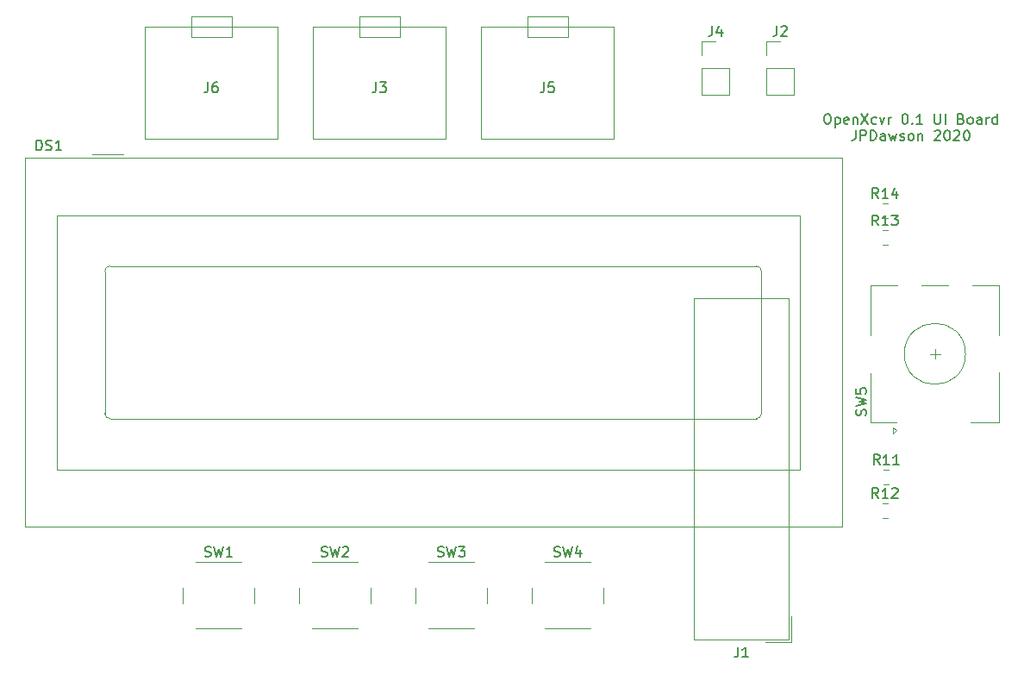
<source format=gto>
G04 #@! TF.GenerationSoftware,KiCad,Pcbnew,5.99.0-unknown-43514a1~86~ubuntu18.04.1*
G04 #@! TF.CreationDate,2020-02-15T14:01:28+00:00*
G04 #@! TF.ProjectId,UI,55492e6b-6963-4616-945f-706362585858,rev?*
G04 #@! TF.SameCoordinates,Original*
G04 #@! TF.FileFunction,Legend,Top*
G04 #@! TF.FilePolarity,Positive*
%FSLAX46Y46*%
G04 Gerber Fmt 4.6, Leading zero omitted, Abs format (unit mm)*
G04 Created by KiCad (PCBNEW 5.99.0-unknown-43514a1~86~ubuntu18.04.1) date 2020-02-15 14:01:28*
%MOMM*%
%LPD*%
G01*
G04 APERTURE LIST*
%ADD10C,0.150000*%
%ADD11C,0.120000*%
G04 APERTURE END LIST*
D10*
X181071285Y-60369380D02*
X181261761Y-60369380D01*
X181357000Y-60417000D01*
X181452238Y-60512238D01*
X181499857Y-60702714D01*
X181499857Y-61036047D01*
X181452238Y-61226523D01*
X181357000Y-61321761D01*
X181261761Y-61369380D01*
X181071285Y-61369380D01*
X180976047Y-61321761D01*
X180880809Y-61226523D01*
X180833190Y-61036047D01*
X180833190Y-60702714D01*
X180880809Y-60512238D01*
X180976047Y-60417000D01*
X181071285Y-60369380D01*
X181928428Y-60702714D02*
X181928428Y-61702714D01*
X181928428Y-60750333D02*
X182023666Y-60702714D01*
X182214142Y-60702714D01*
X182309380Y-60750333D01*
X182357000Y-60797952D01*
X182404619Y-60893190D01*
X182404619Y-61178904D01*
X182357000Y-61274142D01*
X182309380Y-61321761D01*
X182214142Y-61369380D01*
X182023666Y-61369380D01*
X181928428Y-61321761D01*
X183214142Y-61321761D02*
X183118904Y-61369380D01*
X182928428Y-61369380D01*
X182833190Y-61321761D01*
X182785571Y-61226523D01*
X182785571Y-60845571D01*
X182833190Y-60750333D01*
X182928428Y-60702714D01*
X183118904Y-60702714D01*
X183214142Y-60750333D01*
X183261761Y-60845571D01*
X183261761Y-60940809D01*
X182785571Y-61036047D01*
X183690333Y-60702714D02*
X183690333Y-61369380D01*
X183690333Y-60797952D02*
X183737952Y-60750333D01*
X183833190Y-60702714D01*
X183976047Y-60702714D01*
X184071285Y-60750333D01*
X184118904Y-60845571D01*
X184118904Y-61369380D01*
X184499857Y-60369380D02*
X185166523Y-61369380D01*
X185166523Y-60369380D02*
X184499857Y-61369380D01*
X185976047Y-61321761D02*
X185880809Y-61369380D01*
X185690333Y-61369380D01*
X185595095Y-61321761D01*
X185547476Y-61274142D01*
X185499857Y-61178904D01*
X185499857Y-60893190D01*
X185547476Y-60797952D01*
X185595095Y-60750333D01*
X185690333Y-60702714D01*
X185880809Y-60702714D01*
X185976047Y-60750333D01*
X186309380Y-60702714D02*
X186547476Y-61369380D01*
X186785571Y-60702714D01*
X187166523Y-61369380D02*
X187166523Y-60702714D01*
X187166523Y-60893190D02*
X187214142Y-60797952D01*
X187261761Y-60750333D01*
X187357000Y-60702714D01*
X187452238Y-60702714D01*
X188737952Y-60369380D02*
X188833190Y-60369380D01*
X188928428Y-60417000D01*
X188976047Y-60464619D01*
X189023666Y-60559857D01*
X189071285Y-60750333D01*
X189071285Y-60988428D01*
X189023666Y-61178904D01*
X188976047Y-61274142D01*
X188928428Y-61321761D01*
X188833190Y-61369380D01*
X188737952Y-61369380D01*
X188642714Y-61321761D01*
X188595095Y-61274142D01*
X188547476Y-61178904D01*
X188499857Y-60988428D01*
X188499857Y-60750333D01*
X188547476Y-60559857D01*
X188595095Y-60464619D01*
X188642714Y-60417000D01*
X188737952Y-60369380D01*
X189499857Y-61274142D02*
X189547476Y-61321761D01*
X189499857Y-61369380D01*
X189452238Y-61321761D01*
X189499857Y-61274142D01*
X189499857Y-61369380D01*
X190499857Y-61369380D02*
X189928428Y-61369380D01*
X190214142Y-61369380D02*
X190214142Y-60369380D01*
X190118904Y-60512238D01*
X190023666Y-60607476D01*
X189928428Y-60655095D01*
X191690333Y-60369380D02*
X191690333Y-61178904D01*
X191737952Y-61274142D01*
X191785571Y-61321761D01*
X191880809Y-61369380D01*
X192071285Y-61369380D01*
X192166523Y-61321761D01*
X192214142Y-61274142D01*
X192261761Y-61178904D01*
X192261761Y-60369380D01*
X192737952Y-61369380D02*
X192737952Y-60369380D01*
X194309380Y-60845571D02*
X194452238Y-60893190D01*
X194499857Y-60940809D01*
X194547476Y-61036047D01*
X194547476Y-61178904D01*
X194499857Y-61274142D01*
X194452238Y-61321761D01*
X194357000Y-61369380D01*
X193976047Y-61369380D01*
X193976047Y-60369380D01*
X194309380Y-60369380D01*
X194404619Y-60417000D01*
X194452238Y-60464619D01*
X194499857Y-60559857D01*
X194499857Y-60655095D01*
X194452238Y-60750333D01*
X194404619Y-60797952D01*
X194309380Y-60845571D01*
X193976047Y-60845571D01*
X195118904Y-61369380D02*
X195023666Y-61321761D01*
X194976047Y-61274142D01*
X194928428Y-61178904D01*
X194928428Y-60893190D01*
X194976047Y-60797952D01*
X195023666Y-60750333D01*
X195118904Y-60702714D01*
X195261761Y-60702714D01*
X195357000Y-60750333D01*
X195404619Y-60797952D01*
X195452238Y-60893190D01*
X195452238Y-61178904D01*
X195404619Y-61274142D01*
X195357000Y-61321761D01*
X195261761Y-61369380D01*
X195118904Y-61369380D01*
X196309380Y-61369380D02*
X196309380Y-60845571D01*
X196261761Y-60750333D01*
X196166523Y-60702714D01*
X195976047Y-60702714D01*
X195880809Y-60750333D01*
X196309380Y-61321761D02*
X196214142Y-61369380D01*
X195976047Y-61369380D01*
X195880809Y-61321761D01*
X195833190Y-61226523D01*
X195833190Y-61131285D01*
X195880809Y-61036047D01*
X195976047Y-60988428D01*
X196214142Y-60988428D01*
X196309380Y-60940809D01*
X196785571Y-61369380D02*
X196785571Y-60702714D01*
X196785571Y-60893190D02*
X196833190Y-60797952D01*
X196880809Y-60750333D01*
X196976047Y-60702714D01*
X197071285Y-60702714D01*
X197833190Y-61369380D02*
X197833190Y-60369380D01*
X197833190Y-61321761D02*
X197737952Y-61369380D01*
X197547476Y-61369380D01*
X197452238Y-61321761D01*
X197404619Y-61274142D01*
X197357000Y-61178904D01*
X197357000Y-60893190D01*
X197404619Y-60797952D01*
X197452238Y-60750333D01*
X197547476Y-60702714D01*
X197737952Y-60702714D01*
X197833190Y-60750333D01*
X183928428Y-61979380D02*
X183928428Y-62693666D01*
X183880809Y-62836523D01*
X183785571Y-62931761D01*
X183642714Y-62979380D01*
X183547476Y-62979380D01*
X184404619Y-62979380D02*
X184404619Y-61979380D01*
X184785571Y-61979380D01*
X184880809Y-62027000D01*
X184928428Y-62074619D01*
X184976047Y-62169857D01*
X184976047Y-62312714D01*
X184928428Y-62407952D01*
X184880809Y-62455571D01*
X184785571Y-62503190D01*
X184404619Y-62503190D01*
X185404619Y-62979380D02*
X185404619Y-61979380D01*
X185642714Y-61979380D01*
X185785571Y-62027000D01*
X185880809Y-62122238D01*
X185928428Y-62217476D01*
X185976047Y-62407952D01*
X185976047Y-62550809D01*
X185928428Y-62741285D01*
X185880809Y-62836523D01*
X185785571Y-62931761D01*
X185642714Y-62979380D01*
X185404619Y-62979380D01*
X186833190Y-62979380D02*
X186833190Y-62455571D01*
X186785571Y-62360333D01*
X186690333Y-62312714D01*
X186499857Y-62312714D01*
X186404619Y-62360333D01*
X186833190Y-62931761D02*
X186737952Y-62979380D01*
X186499857Y-62979380D01*
X186404619Y-62931761D01*
X186357000Y-62836523D01*
X186357000Y-62741285D01*
X186404619Y-62646047D01*
X186499857Y-62598428D01*
X186737952Y-62598428D01*
X186833190Y-62550809D01*
X187214142Y-62312714D02*
X187404619Y-62979380D01*
X187595095Y-62503190D01*
X187785571Y-62979380D01*
X187976047Y-62312714D01*
X188309380Y-62931761D02*
X188404619Y-62979380D01*
X188595095Y-62979380D01*
X188690333Y-62931761D01*
X188737952Y-62836523D01*
X188737952Y-62788904D01*
X188690333Y-62693666D01*
X188595095Y-62646047D01*
X188452238Y-62646047D01*
X188357000Y-62598428D01*
X188309380Y-62503190D01*
X188309380Y-62455571D01*
X188357000Y-62360333D01*
X188452238Y-62312714D01*
X188595095Y-62312714D01*
X188690333Y-62360333D01*
X189309380Y-62979380D02*
X189214142Y-62931761D01*
X189166523Y-62884142D01*
X189118904Y-62788904D01*
X189118904Y-62503190D01*
X189166523Y-62407952D01*
X189214142Y-62360333D01*
X189309380Y-62312714D01*
X189452238Y-62312714D01*
X189547476Y-62360333D01*
X189595095Y-62407952D01*
X189642714Y-62503190D01*
X189642714Y-62788904D01*
X189595095Y-62884142D01*
X189547476Y-62931761D01*
X189452238Y-62979380D01*
X189309380Y-62979380D01*
X190071285Y-62312714D02*
X190071285Y-62979380D01*
X190071285Y-62407952D02*
X190118904Y-62360333D01*
X190214142Y-62312714D01*
X190357000Y-62312714D01*
X190452238Y-62360333D01*
X190499857Y-62455571D01*
X190499857Y-62979380D01*
X191690333Y-62074619D02*
X191737952Y-62027000D01*
X191833190Y-61979380D01*
X192071285Y-61979380D01*
X192166523Y-62027000D01*
X192214142Y-62074619D01*
X192261761Y-62169857D01*
X192261761Y-62265095D01*
X192214142Y-62407952D01*
X191642714Y-62979380D01*
X192261761Y-62979380D01*
X192880809Y-61979380D02*
X192976047Y-61979380D01*
X193071285Y-62027000D01*
X193118904Y-62074619D01*
X193166523Y-62169857D01*
X193214142Y-62360333D01*
X193214142Y-62598428D01*
X193166523Y-62788904D01*
X193118904Y-62884142D01*
X193071285Y-62931761D01*
X192976047Y-62979380D01*
X192880809Y-62979380D01*
X192785571Y-62931761D01*
X192737952Y-62884142D01*
X192690333Y-62788904D01*
X192642714Y-62598428D01*
X192642714Y-62360333D01*
X192690333Y-62169857D01*
X192737952Y-62074619D01*
X192785571Y-62027000D01*
X192880809Y-61979380D01*
X193595095Y-62074619D02*
X193642714Y-62027000D01*
X193737952Y-61979380D01*
X193976047Y-61979380D01*
X194071285Y-62027000D01*
X194118904Y-62074619D01*
X194166523Y-62169857D01*
X194166523Y-62265095D01*
X194118904Y-62407952D01*
X193547476Y-62979380D01*
X194166523Y-62979380D01*
X194785571Y-61979380D02*
X194880809Y-61979380D01*
X194976047Y-62027000D01*
X195023666Y-62074619D01*
X195071285Y-62169857D01*
X195118904Y-62360333D01*
X195118904Y-62598428D01*
X195071285Y-62788904D01*
X195023666Y-62884142D01*
X194976047Y-62931761D01*
X194880809Y-62979380D01*
X194785571Y-62979380D01*
X194690333Y-62931761D01*
X194642714Y-62884142D01*
X194595095Y-62788904D01*
X194547476Y-62598428D01*
X194547476Y-62360333D01*
X194595095Y-62169857D01*
X194642714Y-62074619D01*
X194690333Y-62027000D01*
X194785571Y-61979380D01*
D11*
X186558422Y-69140000D02*
X187075578Y-69140000D01*
X186558422Y-70560000D02*
X187075578Y-70560000D01*
X186558422Y-71807000D02*
X187075578Y-71807000D01*
X186558422Y-73227000D02*
X187075578Y-73227000D01*
X186558422Y-98604000D02*
X187075578Y-98604000D01*
X186558422Y-100024000D02*
X187075578Y-100024000D01*
X186685422Y-95302000D02*
X187202578Y-95302000D01*
X186685422Y-96722000D02*
X187202578Y-96722000D01*
X168850000Y-53280000D02*
X170180000Y-53280000D01*
X168850000Y-54610000D02*
X168850000Y-53280000D01*
X168850000Y-55880000D02*
X171510000Y-55880000D01*
X171510000Y-55880000D02*
X171510000Y-58480000D01*
X168850000Y-55880000D02*
X168850000Y-58480000D01*
X168850000Y-58480000D02*
X171510000Y-58480000D01*
X147170000Y-62800000D02*
X147670000Y-62800000D01*
X147170000Y-51800000D02*
X147170000Y-62800000D01*
X147670000Y-51800000D02*
X147170000Y-51800000D01*
X160170000Y-51800000D02*
X159670000Y-51800000D01*
X160170000Y-62800000D02*
X160170000Y-51800000D01*
X159670000Y-62800000D02*
X160170000Y-62800000D01*
X155670000Y-50800000D02*
X151670000Y-50800000D01*
X155670000Y-52800000D02*
X155670000Y-50800000D01*
X151670000Y-52800000D02*
X155670000Y-52800000D01*
X151670000Y-50800000D02*
X151670000Y-52800000D01*
X147670000Y-62800000D02*
X159670000Y-62800000D01*
X159670000Y-51800000D02*
X147670000Y-51800000D01*
X175200000Y-53280000D02*
X176530000Y-53280000D01*
X175200000Y-54610000D02*
X175200000Y-53280000D01*
X175200000Y-55880000D02*
X177860000Y-55880000D01*
X177860000Y-55880000D02*
X177860000Y-58480000D01*
X175200000Y-55880000D02*
X175200000Y-58480000D01*
X175200000Y-58480000D02*
X177860000Y-58480000D01*
X114150000Y-62800000D02*
X114650000Y-62800000D01*
X114150000Y-51800000D02*
X114150000Y-62800000D01*
X114650000Y-51800000D02*
X114150000Y-51800000D01*
X127150000Y-51800000D02*
X126650000Y-51800000D01*
X127150000Y-62800000D02*
X127150000Y-51800000D01*
X126650000Y-62800000D02*
X127150000Y-62800000D01*
X122650000Y-50800000D02*
X118650000Y-50800000D01*
X122650000Y-52800000D02*
X122650000Y-50800000D01*
X118650000Y-52800000D02*
X122650000Y-52800000D01*
X118650000Y-50800000D02*
X118650000Y-52800000D01*
X114650000Y-62800000D02*
X126650000Y-62800000D01*
X126650000Y-51800000D02*
X114650000Y-51800000D01*
X130660000Y-62800000D02*
X131160000Y-62800000D01*
X130660000Y-51800000D02*
X130660000Y-62800000D01*
X131160000Y-51800000D02*
X130660000Y-51800000D01*
X143660000Y-51800000D02*
X143160000Y-51800000D01*
X143660000Y-62800000D02*
X143660000Y-51800000D01*
X143160000Y-62800000D02*
X143660000Y-62800000D01*
X139160000Y-50800000D02*
X135160000Y-50800000D01*
X139160000Y-52800000D02*
X139160000Y-50800000D01*
X135160000Y-52800000D02*
X139160000Y-52800000D01*
X135160000Y-50800000D02*
X135160000Y-52800000D01*
X131160000Y-62800000D02*
X143160000Y-62800000D01*
X143160000Y-51800000D02*
X131160000Y-51800000D01*
X194730000Y-83940000D02*
G75*
G03*
X194730000Y-83940000I-3000000J0D01*
G01*
X185430000Y-82140000D02*
X185430000Y-77240000D01*
X198030000Y-77240000D02*
X198030000Y-82140000D01*
X198030000Y-85740000D02*
X198030000Y-90640000D01*
X198030000Y-90640000D02*
X195230000Y-90640000D01*
X185430000Y-85840000D02*
X185430000Y-90640000D01*
X185430000Y-90640000D02*
X187930000Y-90640000D01*
X187930000Y-91440000D02*
X187630000Y-91740000D01*
X187630000Y-91740000D02*
X187630000Y-91140000D01*
X187630000Y-91140000D02*
X187930000Y-91440000D01*
X185430000Y-77240000D02*
X188030000Y-77240000D01*
X190430000Y-77240000D02*
X193030000Y-77240000D01*
X195430000Y-77240000D02*
X198030000Y-77240000D01*
X191230000Y-83940000D02*
X192230000Y-83940000D01*
X191730000Y-84440000D02*
X191730000Y-83440000D01*
X159150000Y-108410000D02*
X159150000Y-106910000D01*
X157900000Y-104410000D02*
X153400000Y-104410000D01*
X152150000Y-106910000D02*
X152150000Y-108410000D01*
X153400000Y-110910000D02*
X157900000Y-110910000D01*
X147720000Y-108410000D02*
X147720000Y-106910000D01*
X146470000Y-104410000D02*
X141970000Y-104410000D01*
X140720000Y-106910000D02*
X140720000Y-108410000D01*
X141970000Y-110910000D02*
X146470000Y-110910000D01*
X136290000Y-108410000D02*
X136290000Y-106910000D01*
X135040000Y-104410000D02*
X130540000Y-104410000D01*
X129290000Y-106910000D02*
X129290000Y-108410000D01*
X130540000Y-110910000D02*
X135040000Y-110910000D01*
X124860000Y-108410000D02*
X124860000Y-106910000D01*
X123610000Y-104410000D02*
X119110000Y-104410000D01*
X117860000Y-106910000D02*
X117860000Y-108410000D01*
X119110000Y-110910000D02*
X123610000Y-110910000D01*
X105490000Y-95310000D02*
X105490000Y-70310000D01*
X178490000Y-95310000D02*
X105490000Y-95310000D01*
X178490000Y-70310000D02*
X178490000Y-95310000D01*
X105490000Y-70310000D02*
X178490000Y-70310000D01*
X110690660Y-75308460D02*
G75*
G03*
X110190280Y-75808840I0J-500380D01*
G01*
X110190280Y-89809320D02*
G75*
G03*
X110690660Y-90309700I500380J0D01*
G01*
X174190660Y-90309700D02*
G75*
G03*
X174691040Y-89809320I0J500380D01*
G01*
X174690000Y-75810000D02*
G75*
G03*
X174190000Y-75310000I-500000J0D01*
G01*
X174690000Y-75810000D02*
X174690000Y-89810000D01*
X174190660Y-90310000D02*
X110690000Y-90310000D01*
X110190280Y-89809320D02*
X110190280Y-75810000D01*
X110690000Y-75310000D02*
X174190000Y-75310000D01*
X108990000Y-64310000D02*
X111990000Y-64310000D01*
X102360000Y-64670000D02*
X103150000Y-64670000D01*
X102350000Y-64670000D02*
X102350000Y-100950000D01*
X182630000Y-64670000D02*
X103150000Y-64670000D01*
X182630000Y-100950000D02*
X182630000Y-64670000D01*
X102350000Y-100950000D02*
X182630000Y-100950000D01*
X177645000Y-112280000D02*
X175105000Y-112280000D01*
X177645000Y-112280000D02*
X177645000Y-109740000D01*
X177395000Y-112030000D02*
X168045000Y-112030000D01*
X177395000Y-78470000D02*
X177395000Y-112030000D01*
X168045000Y-78470000D02*
X177395000Y-78470000D01*
X168045000Y-112030000D02*
X168045000Y-78470000D01*
D10*
X186174142Y-68652380D02*
X185840809Y-68176190D01*
X185602714Y-68652380D02*
X185602714Y-67652380D01*
X185983666Y-67652380D01*
X186078904Y-67700000D01*
X186126523Y-67747619D01*
X186174142Y-67842857D01*
X186174142Y-67985714D01*
X186126523Y-68080952D01*
X186078904Y-68128571D01*
X185983666Y-68176190D01*
X185602714Y-68176190D01*
X187126523Y-68652380D02*
X186555095Y-68652380D01*
X186840809Y-68652380D02*
X186840809Y-67652380D01*
X186745571Y-67795238D01*
X186650333Y-67890476D01*
X186555095Y-67938095D01*
X187983666Y-67985714D02*
X187983666Y-68652380D01*
X187745571Y-67604761D02*
X187507476Y-68319047D01*
X188126523Y-68319047D01*
X186174142Y-71319380D02*
X185840809Y-70843190D01*
X185602714Y-71319380D02*
X185602714Y-70319380D01*
X185983666Y-70319380D01*
X186078904Y-70367000D01*
X186126523Y-70414619D01*
X186174142Y-70509857D01*
X186174142Y-70652714D01*
X186126523Y-70747952D01*
X186078904Y-70795571D01*
X185983666Y-70843190D01*
X185602714Y-70843190D01*
X187126523Y-71319380D02*
X186555095Y-71319380D01*
X186840809Y-71319380D02*
X186840809Y-70319380D01*
X186745571Y-70462238D01*
X186650333Y-70557476D01*
X186555095Y-70605095D01*
X187459857Y-70319380D02*
X188078904Y-70319380D01*
X187745571Y-70700333D01*
X187888428Y-70700333D01*
X187983666Y-70747952D01*
X188031285Y-70795571D01*
X188078904Y-70890809D01*
X188078904Y-71128904D01*
X188031285Y-71224142D01*
X187983666Y-71271761D01*
X187888428Y-71319380D01*
X187602714Y-71319380D01*
X187507476Y-71271761D01*
X187459857Y-71224142D01*
X186174142Y-98116380D02*
X185840809Y-97640190D01*
X185602714Y-98116380D02*
X185602714Y-97116380D01*
X185983666Y-97116380D01*
X186078904Y-97164000D01*
X186126523Y-97211619D01*
X186174142Y-97306857D01*
X186174142Y-97449714D01*
X186126523Y-97544952D01*
X186078904Y-97592571D01*
X185983666Y-97640190D01*
X185602714Y-97640190D01*
X187126523Y-98116380D02*
X186555095Y-98116380D01*
X186840809Y-98116380D02*
X186840809Y-97116380D01*
X186745571Y-97259238D01*
X186650333Y-97354476D01*
X186555095Y-97402095D01*
X187507476Y-97211619D02*
X187555095Y-97164000D01*
X187650333Y-97116380D01*
X187888428Y-97116380D01*
X187983666Y-97164000D01*
X188031285Y-97211619D01*
X188078904Y-97306857D01*
X188078904Y-97402095D01*
X188031285Y-97544952D01*
X187459857Y-98116380D01*
X188078904Y-98116380D01*
X186301142Y-94814380D02*
X185967809Y-94338190D01*
X185729714Y-94814380D02*
X185729714Y-93814380D01*
X186110666Y-93814380D01*
X186205904Y-93862000D01*
X186253523Y-93909619D01*
X186301142Y-94004857D01*
X186301142Y-94147714D01*
X186253523Y-94242952D01*
X186205904Y-94290571D01*
X186110666Y-94338190D01*
X185729714Y-94338190D01*
X187253523Y-94814380D02*
X186682095Y-94814380D01*
X186967809Y-94814380D02*
X186967809Y-93814380D01*
X186872571Y-93957238D01*
X186777333Y-94052476D01*
X186682095Y-94100095D01*
X188205904Y-94814380D02*
X187634476Y-94814380D01*
X187920190Y-94814380D02*
X187920190Y-93814380D01*
X187824952Y-93957238D01*
X187729714Y-94052476D01*
X187634476Y-94100095D01*
X169846666Y-51732380D02*
X169846666Y-52446666D01*
X169799047Y-52589523D01*
X169703809Y-52684761D01*
X169560952Y-52732380D01*
X169465714Y-52732380D01*
X170751428Y-52065714D02*
X170751428Y-52732380D01*
X170513333Y-51684761D02*
X170275238Y-52399047D01*
X170894285Y-52399047D01*
X153336666Y-57252380D02*
X153336666Y-57966666D01*
X153289047Y-58109523D01*
X153193809Y-58204761D01*
X153050952Y-58252380D01*
X152955714Y-58252380D01*
X154289047Y-57252380D02*
X153812857Y-57252380D01*
X153765238Y-57728571D01*
X153812857Y-57680952D01*
X153908095Y-57633333D01*
X154146190Y-57633333D01*
X154241428Y-57680952D01*
X154289047Y-57728571D01*
X154336666Y-57823809D01*
X154336666Y-58061904D01*
X154289047Y-58157142D01*
X154241428Y-58204761D01*
X154146190Y-58252380D01*
X153908095Y-58252380D01*
X153812857Y-58204761D01*
X153765238Y-58157142D01*
X176196666Y-51732380D02*
X176196666Y-52446666D01*
X176149047Y-52589523D01*
X176053809Y-52684761D01*
X175910952Y-52732380D01*
X175815714Y-52732380D01*
X176625238Y-51827619D02*
X176672857Y-51780000D01*
X176768095Y-51732380D01*
X177006190Y-51732380D01*
X177101428Y-51780000D01*
X177149047Y-51827619D01*
X177196666Y-51922857D01*
X177196666Y-52018095D01*
X177149047Y-52160952D01*
X176577619Y-52732380D01*
X177196666Y-52732380D01*
X120316666Y-57252380D02*
X120316666Y-57966666D01*
X120269047Y-58109523D01*
X120173809Y-58204761D01*
X120030952Y-58252380D01*
X119935714Y-58252380D01*
X121221428Y-57252380D02*
X121030952Y-57252380D01*
X120935714Y-57300000D01*
X120888095Y-57347619D01*
X120792857Y-57490476D01*
X120745238Y-57680952D01*
X120745238Y-58061904D01*
X120792857Y-58157142D01*
X120840476Y-58204761D01*
X120935714Y-58252380D01*
X121126190Y-58252380D01*
X121221428Y-58204761D01*
X121269047Y-58157142D01*
X121316666Y-58061904D01*
X121316666Y-57823809D01*
X121269047Y-57728571D01*
X121221428Y-57680952D01*
X121126190Y-57633333D01*
X120935714Y-57633333D01*
X120840476Y-57680952D01*
X120792857Y-57728571D01*
X120745238Y-57823809D01*
X136826666Y-57252380D02*
X136826666Y-57966666D01*
X136779047Y-58109523D01*
X136683809Y-58204761D01*
X136540952Y-58252380D01*
X136445714Y-58252380D01*
X137207619Y-57252380D02*
X137826666Y-57252380D01*
X137493333Y-57633333D01*
X137636190Y-57633333D01*
X137731428Y-57680952D01*
X137779047Y-57728571D01*
X137826666Y-57823809D01*
X137826666Y-58061904D01*
X137779047Y-58157142D01*
X137731428Y-58204761D01*
X137636190Y-58252380D01*
X137350476Y-58252380D01*
X137255238Y-58204761D01*
X137207619Y-58157142D01*
X184934761Y-89973333D02*
X184982380Y-89830476D01*
X184982380Y-89592380D01*
X184934761Y-89497142D01*
X184887142Y-89449523D01*
X184791904Y-89401904D01*
X184696666Y-89401904D01*
X184601428Y-89449523D01*
X184553809Y-89497142D01*
X184506190Y-89592380D01*
X184458571Y-89782857D01*
X184410952Y-89878095D01*
X184363333Y-89925714D01*
X184268095Y-89973333D01*
X184172857Y-89973333D01*
X184077619Y-89925714D01*
X184030000Y-89878095D01*
X183982380Y-89782857D01*
X183982380Y-89544761D01*
X184030000Y-89401904D01*
X183982380Y-89068571D02*
X184982380Y-88830476D01*
X184268095Y-88640000D01*
X184982380Y-88449523D01*
X183982380Y-88211428D01*
X183982380Y-87354285D02*
X183982380Y-87830476D01*
X184458571Y-87878095D01*
X184410952Y-87830476D01*
X184363333Y-87735238D01*
X184363333Y-87497142D01*
X184410952Y-87401904D01*
X184458571Y-87354285D01*
X184553809Y-87306666D01*
X184791904Y-87306666D01*
X184887142Y-87354285D01*
X184934761Y-87401904D01*
X184982380Y-87497142D01*
X184982380Y-87735238D01*
X184934761Y-87830476D01*
X184887142Y-87878095D01*
X154316666Y-103814761D02*
X154459523Y-103862380D01*
X154697619Y-103862380D01*
X154792857Y-103814761D01*
X154840476Y-103767142D01*
X154888095Y-103671904D01*
X154888095Y-103576666D01*
X154840476Y-103481428D01*
X154792857Y-103433809D01*
X154697619Y-103386190D01*
X154507142Y-103338571D01*
X154411904Y-103290952D01*
X154364285Y-103243333D01*
X154316666Y-103148095D01*
X154316666Y-103052857D01*
X154364285Y-102957619D01*
X154411904Y-102910000D01*
X154507142Y-102862380D01*
X154745238Y-102862380D01*
X154888095Y-102910000D01*
X155221428Y-102862380D02*
X155459523Y-103862380D01*
X155650000Y-103148095D01*
X155840476Y-103862380D01*
X156078571Y-102862380D01*
X156888095Y-103195714D02*
X156888095Y-103862380D01*
X156650000Y-102814761D02*
X156411904Y-103529047D01*
X157030952Y-103529047D01*
X142886666Y-103814761D02*
X143029523Y-103862380D01*
X143267619Y-103862380D01*
X143362857Y-103814761D01*
X143410476Y-103767142D01*
X143458095Y-103671904D01*
X143458095Y-103576666D01*
X143410476Y-103481428D01*
X143362857Y-103433809D01*
X143267619Y-103386190D01*
X143077142Y-103338571D01*
X142981904Y-103290952D01*
X142934285Y-103243333D01*
X142886666Y-103148095D01*
X142886666Y-103052857D01*
X142934285Y-102957619D01*
X142981904Y-102910000D01*
X143077142Y-102862380D01*
X143315238Y-102862380D01*
X143458095Y-102910000D01*
X143791428Y-102862380D02*
X144029523Y-103862380D01*
X144220000Y-103148095D01*
X144410476Y-103862380D01*
X144648571Y-102862380D01*
X144934285Y-102862380D02*
X145553333Y-102862380D01*
X145220000Y-103243333D01*
X145362857Y-103243333D01*
X145458095Y-103290952D01*
X145505714Y-103338571D01*
X145553333Y-103433809D01*
X145553333Y-103671904D01*
X145505714Y-103767142D01*
X145458095Y-103814761D01*
X145362857Y-103862380D01*
X145077142Y-103862380D01*
X144981904Y-103814761D01*
X144934285Y-103767142D01*
X131456666Y-103814761D02*
X131599523Y-103862380D01*
X131837619Y-103862380D01*
X131932857Y-103814761D01*
X131980476Y-103767142D01*
X132028095Y-103671904D01*
X132028095Y-103576666D01*
X131980476Y-103481428D01*
X131932857Y-103433809D01*
X131837619Y-103386190D01*
X131647142Y-103338571D01*
X131551904Y-103290952D01*
X131504285Y-103243333D01*
X131456666Y-103148095D01*
X131456666Y-103052857D01*
X131504285Y-102957619D01*
X131551904Y-102910000D01*
X131647142Y-102862380D01*
X131885238Y-102862380D01*
X132028095Y-102910000D01*
X132361428Y-102862380D02*
X132599523Y-103862380D01*
X132790000Y-103148095D01*
X132980476Y-103862380D01*
X133218571Y-102862380D01*
X133551904Y-102957619D02*
X133599523Y-102910000D01*
X133694761Y-102862380D01*
X133932857Y-102862380D01*
X134028095Y-102910000D01*
X134075714Y-102957619D01*
X134123333Y-103052857D01*
X134123333Y-103148095D01*
X134075714Y-103290952D01*
X133504285Y-103862380D01*
X134123333Y-103862380D01*
X120026666Y-103814761D02*
X120169523Y-103862380D01*
X120407619Y-103862380D01*
X120502857Y-103814761D01*
X120550476Y-103767142D01*
X120598095Y-103671904D01*
X120598095Y-103576666D01*
X120550476Y-103481428D01*
X120502857Y-103433809D01*
X120407619Y-103386190D01*
X120217142Y-103338571D01*
X120121904Y-103290952D01*
X120074285Y-103243333D01*
X120026666Y-103148095D01*
X120026666Y-103052857D01*
X120074285Y-102957619D01*
X120121904Y-102910000D01*
X120217142Y-102862380D01*
X120455238Y-102862380D01*
X120598095Y-102910000D01*
X120931428Y-102862380D02*
X121169523Y-103862380D01*
X121360000Y-103148095D01*
X121550476Y-103862380D01*
X121788571Y-102862380D01*
X122693333Y-103862380D02*
X122121904Y-103862380D01*
X122407619Y-103862380D02*
X122407619Y-102862380D01*
X122312380Y-103005238D01*
X122217142Y-103100476D01*
X122121904Y-103148095D01*
X103455714Y-63952380D02*
X103455714Y-62952380D01*
X103693809Y-62952380D01*
X103836666Y-63000000D01*
X103931904Y-63095238D01*
X103979523Y-63190476D01*
X104027142Y-63380952D01*
X104027142Y-63523809D01*
X103979523Y-63714285D01*
X103931904Y-63809523D01*
X103836666Y-63904761D01*
X103693809Y-63952380D01*
X103455714Y-63952380D01*
X104408095Y-63904761D02*
X104550952Y-63952380D01*
X104789047Y-63952380D01*
X104884285Y-63904761D01*
X104931904Y-63857142D01*
X104979523Y-63761904D01*
X104979523Y-63666666D01*
X104931904Y-63571428D01*
X104884285Y-63523809D01*
X104789047Y-63476190D01*
X104598571Y-63428571D01*
X104503333Y-63380952D01*
X104455714Y-63333333D01*
X104408095Y-63238095D01*
X104408095Y-63142857D01*
X104455714Y-63047619D01*
X104503333Y-63000000D01*
X104598571Y-62952380D01*
X104836666Y-62952380D01*
X104979523Y-63000000D01*
X105931904Y-63952380D02*
X105360476Y-63952380D01*
X105646190Y-63952380D02*
X105646190Y-62952380D01*
X105550952Y-63095238D01*
X105455714Y-63190476D01*
X105360476Y-63238095D01*
X172386666Y-112736380D02*
X172386666Y-113450666D01*
X172339047Y-113593523D01*
X172243809Y-113688761D01*
X172100952Y-113736380D01*
X172005714Y-113736380D01*
X173386666Y-113736380D02*
X172815238Y-113736380D01*
X173100952Y-113736380D02*
X173100952Y-112736380D01*
X173005714Y-112879238D01*
X172910476Y-112974476D01*
X172815238Y-113022095D01*
M02*

</source>
